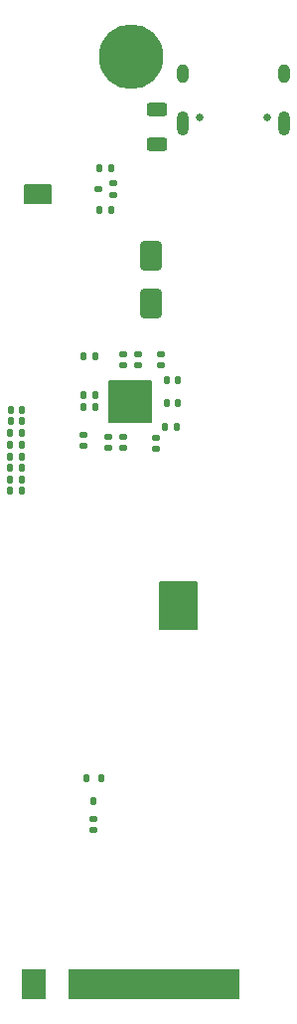
<source format=gbr>
%TF.GenerationSoftware,KiCad,Pcbnew,9.0.7*%
%TF.CreationDate,2026-02-19T00:24:31+01:00*%
%TF.ProjectId,BladeCore-M54C,426c6164-6543-46f7-9265-2d4d3534432e,rev?*%
%TF.SameCoordinates,Original*%
%TF.FileFunction,Soldermask,Bot*%
%TF.FilePolarity,Negative*%
%FSLAX46Y46*%
G04 Gerber Fmt 4.6, Leading zero omitted, Abs format (unit mm)*
G04 Created by KiCad (PCBNEW 9.0.7) date 2026-02-19 00:24:31*
%MOMM*%
%LPD*%
G01*
G04 APERTURE LIST*
G04 Aperture macros list*
%AMRoundRect*
0 Rectangle with rounded corners*
0 $1 Rounding radius*
0 $2 $3 $4 $5 $6 $7 $8 $9 X,Y pos of 4 corners*
0 Add a 4 corners polygon primitive as box body*
4,1,4,$2,$3,$4,$5,$6,$7,$8,$9,$2,$3,0*
0 Add four circle primitives for the rounded corners*
1,1,$1+$1,$2,$3*
1,1,$1+$1,$4,$5*
1,1,$1+$1,$6,$7*
1,1,$1+$1,$8,$9*
0 Add four rect primitives between the rounded corners*
20,1,$1+$1,$2,$3,$4,$5,0*
20,1,$1+$1,$4,$5,$6,$7,0*
20,1,$1+$1,$6,$7,$8,$9,0*
20,1,$1+$1,$8,$9,$2,$3,0*%
G04 Aperture macros list end*
%ADD10C,0.150000*%
%ADD11C,0.650000*%
%ADD12O,1.000000X2.100000*%
%ADD13O,1.000000X1.600000*%
%ADD14RoundRect,0.050000X-0.175000X-1.250000X0.175000X-1.250000X0.175000X1.250000X-0.175000X1.250000X0*%
%ADD15C,5.500000*%
%ADD16C,0.425000*%
%ADD17RoundRect,0.140000X-0.170000X0.140000X-0.170000X-0.140000X0.170000X-0.140000X0.170000X0.140000X0*%
%ADD18RoundRect,0.140000X0.170000X-0.140000X0.170000X0.140000X-0.170000X0.140000X-0.170000X-0.140000X0*%
%ADD19RoundRect,0.140000X-0.140000X-0.170000X0.140000X-0.170000X0.140000X0.170000X-0.140000X0.170000X0*%
%ADD20RoundRect,0.140000X0.140000X0.170000X-0.140000X0.170000X-0.140000X-0.170000X0.140000X-0.170000X0*%
%ADD21RoundRect,0.125000X0.175000X0.125000X-0.175000X0.125000X-0.175000X-0.125000X0.175000X-0.125000X0*%
%ADD22RoundRect,0.135000X-0.135000X-0.185000X0.135000X-0.185000X0.135000X0.185000X-0.135000X0.185000X0*%
%ADD23RoundRect,0.250000X-0.650000X1.000000X-0.650000X-1.000000X0.650000X-1.000000X0.650000X1.000000X0*%
%ADD24RoundRect,0.250000X-0.625000X0.312500X-0.625000X-0.312500X0.625000X-0.312500X0.625000X0.312500X0*%
%ADD25RoundRect,0.112500X-0.112500X-0.237500X0.112500X-0.237500X0.112500X0.237500X-0.112500X0.237500X0*%
G04 APERTURE END LIST*
D10*
X12900000Y53150000D02*
X16400000Y53150000D01*
X16400000Y49700000D01*
X12900000Y49700000D01*
X12900000Y53150000D01*
G36*
X12900000Y53150000D02*
G01*
X16400000Y53150000D01*
X16400000Y49700000D01*
X12900000Y49700000D01*
X12900000Y53150000D01*
G37*
X17150000Y36100000D02*
X20300000Y36100000D01*
X20300000Y32050000D01*
X17150000Y32050000D01*
X17150000Y36100000D01*
G36*
X17150000Y36100000D02*
G01*
X20300000Y36100000D01*
X20300000Y32050000D01*
X17150000Y32050000D01*
X17150000Y36100000D01*
G37*
X5650000Y69850000D02*
X7850000Y69850000D01*
X7850000Y68350000D01*
X5650000Y68350000D01*
X5650000Y69850000D01*
G36*
X5650000Y69850000D02*
G01*
X7850000Y69850000D01*
X7850000Y68350000D01*
X5650000Y68350000D01*
X5650000Y69850000D01*
G37*
D11*
%TO.C,J3*%
X26365000Y75620000D03*
X20585000Y75620000D03*
D12*
X27795000Y75120000D03*
D13*
X27795000Y79300000D03*
D12*
X19155000Y75120000D03*
D13*
X19155000Y79300000D03*
%TD*%
D14*
%TO.C,J1*%
X23675000Y1850000D03*
X23175000Y1850000D03*
X22675000Y1850000D03*
X22175000Y1850000D03*
X21675000Y1850000D03*
X21175000Y1850000D03*
X20675000Y1850000D03*
X20175000Y1850000D03*
X19675000Y1850000D03*
X19175000Y1850000D03*
X18675000Y1850000D03*
X18175000Y1850000D03*
X17675000Y1850000D03*
X17175000Y1850000D03*
X16675000Y1850000D03*
X16175000Y1850000D03*
X15675000Y1850000D03*
X15175000Y1850000D03*
X14675000Y1850000D03*
X14175000Y1850000D03*
X13675000Y1850000D03*
X13175000Y1850000D03*
X12675000Y1850000D03*
X12175000Y1850000D03*
X11675000Y1850000D03*
X11175000Y1850000D03*
X10675000Y1850000D03*
X10175000Y1850000D03*
X9675000Y1850000D03*
X7175000Y1850000D03*
X6675000Y1850000D03*
X6175000Y1850000D03*
X5675000Y1850000D03*
D15*
X14721447Y80770000D03*
%TD*%
D16*
%TO.C,IC1*%
X15529212Y50595788D03*
X15529212Y51445788D03*
X15529212Y52295788D03*
X14679212Y50595788D03*
X14679212Y51445788D03*
X14679212Y52295788D03*
X13829212Y50595788D03*
X13829212Y51445788D03*
X13829212Y52295788D03*
%TD*%
D17*
%TO.C,C14*%
X14079212Y55470788D03*
X14079212Y54510788D03*
%TD*%
%TO.C,C4*%
X15304212Y55470788D03*
X15304212Y54510788D03*
%TD*%
%TO.C,C3*%
X17304212Y55445788D03*
X17304212Y54485788D03*
%TD*%
D18*
%TO.C,C8*%
X10679212Y47640788D03*
X10679212Y48600788D03*
%TD*%
D19*
%TO.C,C7*%
X10694212Y51945788D03*
X11654212Y51945788D03*
%TD*%
%TO.C,C5*%
X10699212Y55245788D03*
X11659212Y55245788D03*
%TD*%
%TO.C,C15*%
X10694212Y50995788D03*
X11654212Y50995788D03*
%TD*%
D20*
%TO.C,C31*%
X5404212Y44820788D03*
X4444212Y44820788D03*
%TD*%
%TO.C,C27*%
X5409212Y48770788D03*
X4449212Y48770788D03*
%TD*%
D21*
%TO.C,D1*%
X13200000Y70000000D03*
X13200000Y69000000D03*
X11900000Y69500000D03*
%TD*%
D18*
%TO.C,C9*%
X14079212Y47465788D03*
X14079212Y48425788D03*
%TD*%
D22*
%TO.C,R18*%
X12060000Y67730000D03*
X13080000Y67730000D03*
%TD*%
D20*
%TO.C,C32*%
X5404212Y43845788D03*
X4444212Y43845788D03*
%TD*%
%TO.C,C1*%
X18589212Y49270788D03*
X17629212Y49270788D03*
%TD*%
D23*
%TO.C,D8*%
X16400000Y63800000D03*
X16400000Y59800000D03*
%TD*%
D24*
%TO.C,R57*%
X16900000Y76262500D03*
X16900000Y73337500D03*
%TD*%
D18*
%TO.C,C33*%
X11525000Y14995000D03*
X11525000Y15955000D03*
%TD*%
D20*
%TO.C,C13*%
X18734212Y51270788D03*
X17774212Y51270788D03*
%TD*%
%TO.C,C2*%
X18734212Y53245788D03*
X17774212Y53245788D03*
%TD*%
%TO.C,C30*%
X5409212Y45795788D03*
X4449212Y45795788D03*
%TD*%
D25*
%TO.C,D9*%
X10900000Y19400000D03*
X12200000Y19400000D03*
X11550000Y17400000D03*
%TD*%
D22*
%TO.C,R17*%
X12050000Y71260000D03*
X13070000Y71260000D03*
%TD*%
D20*
%TO.C,C26*%
X5429212Y49745788D03*
X4469212Y49745788D03*
%TD*%
D18*
%TO.C,C16*%
X12754212Y47465788D03*
X12754212Y48425788D03*
%TD*%
D20*
%TO.C,C25*%
X5429212Y50720788D03*
X4469212Y50720788D03*
%TD*%
D18*
%TO.C,C10*%
X16879212Y47390788D03*
X16879212Y48350788D03*
%TD*%
D20*
%TO.C,C28*%
X5404212Y47770788D03*
X4444212Y47770788D03*
%TD*%
%TO.C,C29*%
X5404212Y46770788D03*
X4444212Y46770788D03*
%TD*%
M02*

</source>
